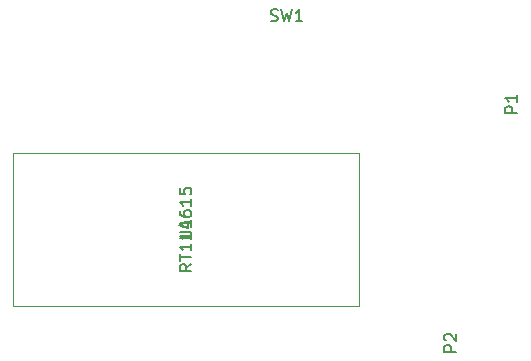
<source format=gbr>
%TF.GenerationSoftware,KiCad,Pcbnew,(6.0.5)*%
%TF.CreationDate,2023-01-10T19:29:17-05:00*%
%TF.ProjectId,Switched-Outlet-Switcher,53776974-6368-4656-942d-4f75746c6574,rev?*%
%TF.SameCoordinates,Original*%
%TF.FileFunction,Legend,Top*%
%TF.FilePolarity,Positive*%
%FSLAX46Y46*%
G04 Gerber Fmt 4.6, Leading zero omitted, Abs format (unit mm)*
G04 Created by KiCad (PCBNEW (6.0.5)) date 2023-01-10 19:29:17*
%MOMM*%
%LPD*%
G01*
G04 APERTURE LIST*
%ADD10C,0.150000*%
%ADD11C,0.120000*%
G04 APERTURE END LIST*
D10*
%TO.C,P2*%
X170372380Y-121838095D02*
X169372380Y-121838095D01*
X169372380Y-121457142D01*
X169420000Y-121361904D01*
X169467619Y-121314285D01*
X169562857Y-121266666D01*
X169705714Y-121266666D01*
X169800952Y-121314285D01*
X169848571Y-121361904D01*
X169896190Y-121457142D01*
X169896190Y-121838095D01*
X169467619Y-120885714D02*
X169420000Y-120838095D01*
X169372380Y-120742857D01*
X169372380Y-120504761D01*
X169420000Y-120409523D01*
X169467619Y-120361904D01*
X169562857Y-120314285D01*
X169658095Y-120314285D01*
X169800952Y-120361904D01*
X170372380Y-120933333D01*
X170372380Y-120314285D01*
%TO.C,P1*%
X175532380Y-101638095D02*
X174532380Y-101638095D01*
X174532380Y-101257142D01*
X174580000Y-101161904D01*
X174627619Y-101114285D01*
X174722857Y-101066666D01*
X174865714Y-101066666D01*
X174960952Y-101114285D01*
X175008571Y-101161904D01*
X175056190Y-101257142D01*
X175056190Y-101638095D01*
X175532380Y-100114285D02*
X175532380Y-100685714D01*
X175532380Y-100400000D02*
X174532380Y-100400000D01*
X174675238Y-100495238D01*
X174770476Y-100590476D01*
X174818095Y-100685714D01*
%TO.C,SW1*%
X154666666Y-93824761D02*
X154809523Y-93872380D01*
X155047619Y-93872380D01*
X155142857Y-93824761D01*
X155190476Y-93777142D01*
X155238095Y-93681904D01*
X155238095Y-93586666D01*
X155190476Y-93491428D01*
X155142857Y-93443809D01*
X155047619Y-93396190D01*
X154857142Y-93348571D01*
X154761904Y-93300952D01*
X154714285Y-93253333D01*
X154666666Y-93158095D01*
X154666666Y-93062857D01*
X154714285Y-92967619D01*
X154761904Y-92920000D01*
X154857142Y-92872380D01*
X155095238Y-92872380D01*
X155238095Y-92920000D01*
X155571428Y-92872380D02*
X155809523Y-93872380D01*
X156000000Y-93158095D01*
X156190476Y-93872380D01*
X156428571Y-92872380D01*
X157333333Y-93872380D02*
X156761904Y-93872380D01*
X157047619Y-93872380D02*
X157047619Y-92872380D01*
X156952380Y-93015238D01*
X156857142Y-93110476D01*
X156761904Y-93158095D01*
%TO.C,U1*%
X146952380Y-112261904D02*
X147761904Y-112261904D01*
X147857142Y-112214285D01*
X147904761Y-112166666D01*
X147952380Y-112071428D01*
X147952380Y-111880952D01*
X147904761Y-111785714D01*
X147857142Y-111738095D01*
X147761904Y-111690476D01*
X146952380Y-111690476D01*
X147952380Y-110690476D02*
X147952380Y-111261904D01*
X147952380Y-110976190D02*
X146952380Y-110976190D01*
X147095238Y-111071428D01*
X147190476Y-111166666D01*
X147238095Y-111261904D01*
X147952380Y-114428571D02*
X147476190Y-114761904D01*
X147952380Y-115000000D02*
X146952380Y-115000000D01*
X146952380Y-114619047D01*
X147000000Y-114523809D01*
X147047619Y-114476190D01*
X147142857Y-114428571D01*
X147285714Y-114428571D01*
X147380952Y-114476190D01*
X147428571Y-114523809D01*
X147476190Y-114619047D01*
X147476190Y-115000000D01*
X146952380Y-114142857D02*
X146952380Y-113571428D01*
X147952380Y-113857142D02*
X146952380Y-113857142D01*
X147952380Y-112714285D02*
X147952380Y-113285714D01*
X147952380Y-113000000D02*
X146952380Y-113000000D01*
X147095238Y-113095238D01*
X147190476Y-113190476D01*
X147238095Y-113285714D01*
X147952380Y-111761904D02*
X147952380Y-112333333D01*
X147952380Y-112047619D02*
X146952380Y-112047619D01*
X147095238Y-112142857D01*
X147190476Y-112238095D01*
X147238095Y-112333333D01*
X147285714Y-110904761D02*
X147952380Y-110904761D01*
X146904761Y-111142857D02*
X147619047Y-111380952D01*
X147619047Y-110761904D01*
X146952380Y-109952380D02*
X146952380Y-110142857D01*
X147000000Y-110238095D01*
X147047619Y-110285714D01*
X147190476Y-110380952D01*
X147380952Y-110428571D01*
X147761904Y-110428571D01*
X147857142Y-110380952D01*
X147904761Y-110333333D01*
X147952380Y-110238095D01*
X147952380Y-110047619D01*
X147904761Y-109952380D01*
X147857142Y-109904761D01*
X147761904Y-109857142D01*
X147523809Y-109857142D01*
X147428571Y-109904761D01*
X147380952Y-109952380D01*
X147333333Y-110047619D01*
X147333333Y-110238095D01*
X147380952Y-110333333D01*
X147428571Y-110380952D01*
X147523809Y-110428571D01*
X147952380Y-108904761D02*
X147952380Y-109476190D01*
X147952380Y-109190476D02*
X146952380Y-109190476D01*
X147095238Y-109285714D01*
X147190476Y-109380952D01*
X147238095Y-109476190D01*
X146952380Y-108000000D02*
X146952380Y-108476190D01*
X147428571Y-108523809D01*
X147380952Y-108476190D01*
X147333333Y-108380952D01*
X147333333Y-108142857D01*
X147380952Y-108047619D01*
X147428571Y-108000000D01*
X147523809Y-107952380D01*
X147761904Y-107952380D01*
X147857142Y-108000000D01*
X147904761Y-108047619D01*
X147952380Y-108142857D01*
X147952380Y-108380952D01*
X147904761Y-108476190D01*
X147857142Y-108523809D01*
D11*
X162130400Y-117977000D02*
X162130400Y-105023000D01*
X162130400Y-105023000D02*
X132869600Y-105023000D01*
X132869600Y-105023000D02*
X132869600Y-117977000D01*
X132869600Y-117977000D02*
X162130400Y-117977000D01*
%TD*%
M02*

</source>
